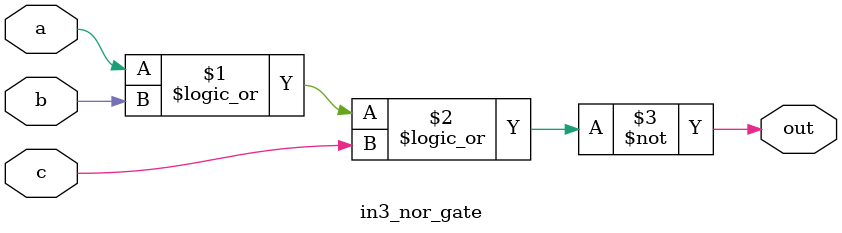
<source format=v>
module in3_nor_gate(a, b, c, out);

    input a;
    input b;
    input c;
    output out;


    assign out = ~(a || b || c);
endmodule
</source>
